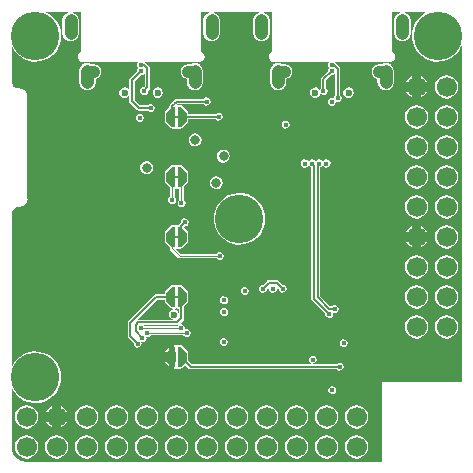
<source format=gbl>
G04 ---------------------------- Layer name :BOTTOM LAYER*
G04 easyEDA 0.1*
G04 Scale: 100 percent, Rotated: No, Reflected: No *
G04 Dimensions in inches *
G04 leading zeros omitted , absolute positions ,2 integer and 4 * 
%FSLAX24Y24*%
%MOIN*%
G90*
G70D02*

%ADD11C,0.005910*%
%ADD12C,0.007874*%
%ADD13C,0.004000*%
%ADD14C,0.024400*%
%ADD15C,0.015748*%
%ADD16C,0.023620*%
%ADD17C,0.031496*%
%ADD18R,0.027560X0.007874*%
%ADD19C,0.066929*%
%ADD21C,0.161420*%
%ADD23C,0.043307*%
%ADD24C,0.039370*%

%LPD*%
G36*
G01X500Y15100D02*
G01X436Y15103D01*
G01X376Y15115D01*
G01X344Y15123D01*
G01X315Y15136D01*
G01X286Y15148D01*
G01X257Y15161D01*
G01X232Y15178D01*
G01X205Y15196D01*
G01X180Y15215D01*
G01X157Y15236D01*
G01X134Y15257D01*
G01X94Y15305D01*
G01X78Y15332D01*
G01X61Y15359D01*
G01X34Y15415D01*
G01X23Y15446D01*
G01X7Y15505D01*
G01X0Y15569D01*
G01X0Y17592D01*
G01X40Y17498D01*
G01X140Y17353D01*
G01X267Y17234D01*
G01X415Y17140D01*
G01X580Y17080D01*
G01X753Y17053D01*
G01X930Y17061D01*
G01X1098Y17105D01*
G01X1255Y17184D01*
G01X1394Y17290D01*
G01X1507Y17423D01*
G01X1594Y17576D01*
G01X1646Y17744D01*
G01X1663Y17917D01*
G01X1646Y18092D01*
G01X1594Y18259D01*
G01X1507Y18411D01*
G01X1394Y18546D01*
G01X1255Y18652D01*
G01X1098Y18730D01*
G01X930Y18773D01*
G01X753Y18782D01*
G01X580Y18755D01*
G01X415Y18696D01*
G01X267Y18602D01*
G01X140Y18482D01*
G01X40Y18338D01*
G01X0Y18246D01*
G01X0Y23342D01*
G01X3Y23340D01*
G01X3Y23357D01*
G01X7Y23390D01*
G01X15Y23421D01*
G01X28Y23453D01*
G01X44Y23482D01*
G01X53Y23496D01*
G01X63Y23507D01*
G01X76Y23521D01*
G01X86Y23532D01*
G01X100Y23544D01*
G01X111Y23553D01*
G01X126Y23563D01*
G01X153Y23580D01*
G01X186Y23592D01*
G01X217Y23600D01*
G01X250Y23603D01*
G01X284Y23603D01*
G01X300Y23605D01*
G01X317Y23609D01*
G01X334Y23611D01*
G01X382Y23630D01*
G01X409Y23646D01*
G01X438Y23665D01*
G01X450Y23676D01*
G01X461Y23688D01*
G01X473Y23702D01*
G01X484Y23713D01*
G01X494Y23728D01*
G01X501Y23744D01*
G01X509Y23757D01*
G01X521Y23790D01*
G01X530Y23821D01*
G01X532Y23838D01*
G01X534Y23855D01*
G01X534Y23871D01*
G01X530Y23871D01*
G01X530Y27278D01*
G01X532Y27278D01*
G01X528Y27309D01*
G01X526Y27328D01*
G01X517Y27359D01*
G01X511Y27373D01*
G01X505Y27390D01*
G01X498Y27403D01*
G01X490Y27419D01*
G01X480Y27432D01*
G01X469Y27446D01*
G01X459Y27457D01*
G01X448Y27469D01*
G01X436Y27480D01*
G01X421Y27492D01*
G01X380Y27515D01*
G01X332Y27534D01*
G01X315Y27536D01*
G01X300Y27540D01*
G01X284Y27540D01*
G01X267Y27542D01*
G01X250Y27542D01*
G01X234Y27544D01*
G01X215Y27546D01*
G01X184Y27553D01*
G01X167Y27559D01*
G01X153Y27565D01*
G01X138Y27573D01*
G01X123Y27584D01*
G01X109Y27592D01*
G01X96Y27602D01*
G01X59Y27638D01*
G01X50Y27652D01*
G01X42Y27665D01*
G01X32Y27680D01*
G01X23Y27696D01*
G01X17Y27709D01*
G01X11Y27726D01*
G01X7Y27742D01*
G01X3Y27759D01*
G01X0Y27792D01*
G01X0Y28976D01*
G01X40Y28882D01*
G01X140Y28738D01*
G01X267Y28617D01*
G01X415Y28523D01*
G01X580Y28463D01*
G01X753Y28438D01*
G01X930Y28446D01*
G01X1098Y28490D01*
G01X1255Y28567D01*
G01X1394Y28673D01*
G01X1507Y28807D01*
G01X1594Y28959D01*
G01X1646Y29128D01*
G01X1663Y29302D01*
G01X1646Y29476D01*
G01X1594Y29644D01*
G01X1507Y29796D01*
G01X1394Y29930D01*
G01X1255Y30036D01*
G01X1126Y30100D01*
G01X2323Y30100D01*
G01X2323Y28763D01*
G01X2319Y28763D01*
G01X2250Y28715D01*
G01X2211Y28642D01*
G01X2211Y28557D01*
G01X2250Y28484D01*
G01X2319Y28436D01*
G01X2353Y28432D01*
G01X2363Y28426D01*
G01X2382Y28423D01*
G01X4223Y28423D01*
G01X4188Y28365D01*
G01X4188Y28290D01*
G01X4226Y28230D01*
G01X4188Y28169D01*
G01X4188Y28126D01*
G01X3951Y27892D01*
G01X3942Y27882D01*
G01X3930Y27857D01*
G01X3926Y27830D01*
G01X3926Y27480D01*
G01X3923Y27486D01*
G01X3867Y27548D01*
G01X3790Y27578D01*
G01X3705Y27567D01*
G01X3636Y27519D01*
G01X3598Y27446D01*
G01X3598Y27361D01*
G01X3636Y27288D01*
G01X3705Y27240D01*
G01X3790Y27230D01*
G01X3867Y27259D01*
G01X3923Y27321D01*
G01X3926Y27330D01*
G01X3926Y27119D01*
G01X3930Y27092D01*
G01X3942Y27067D01*
G01X4090Y26919D01*
G01X4182Y26830D01*
G01X4192Y26819D01*
G01X4203Y26813D01*
G01X4217Y26807D01*
G01X4230Y26805D01*
G01X4244Y26803D01*
G01X4544Y26803D01*
G01X4551Y26790D01*
G01X4621Y26757D01*
G01X4698Y26767D01*
G01X4755Y26817D01*
G01X4778Y26892D01*
G01X4755Y26965D01*
G01X4698Y27015D01*
G01X4621Y27026D01*
G01X4551Y26994D01*
G01X4544Y26980D01*
G01X4280Y26980D01*
G01X4213Y27044D01*
G01X4101Y27155D01*
G01X4101Y27794D01*
G01X4307Y28000D01*
G01X4373Y28007D01*
G01X4432Y28057D01*
G01X4442Y28094D01*
G01X4442Y27611D01*
G01X4423Y27592D01*
G01X4398Y27596D01*
G01X4328Y27563D01*
G01X4288Y27500D01*
G01X4288Y27423D01*
G01X4328Y27359D01*
G01X4398Y27328D01*
G01X4473Y27338D01*
G01X4532Y27388D01*
G01X4553Y27461D01*
G01X4550Y27471D01*
G01X4601Y27523D01*
G01X4607Y27536D01*
G01X4613Y27550D01*
G01X4615Y27561D01*
G01X4617Y27576D01*
G01X4617Y28221D01*
G01X4613Y28250D01*
G01X4601Y28273D01*
G01X4476Y28400D01*
G01X4451Y28411D01*
G01X4423Y28415D01*
G01X4415Y28415D01*
G01X4405Y28423D01*
G01X6255Y28423D01*
G01X6273Y28426D01*
G01X6278Y28426D01*
G01X6355Y28455D01*
G01X6411Y28517D01*
G01X6432Y28600D01*
G01X6411Y28682D01*
G01X6355Y28744D01*
G01X6313Y28759D01*
G01X6313Y30100D01*
G01X8686Y30100D01*
G01X8686Y28763D01*
G01X8682Y28763D01*
G01X8611Y28715D01*
G01X8573Y28642D01*
G01X8573Y28557D01*
G01X8611Y28484D01*
G01X8682Y28436D01*
G01X8715Y28432D01*
G01X8726Y28426D01*
G01X8744Y28423D01*
G01X10586Y28423D01*
G01X10550Y28365D01*
G01X10550Y28290D01*
G01X10588Y28230D01*
G01X10550Y28169D01*
G01X10550Y28126D01*
G01X10336Y27909D01*
G01X10326Y27900D01*
G01X10313Y27876D01*
G01X10309Y27848D01*
G01X10309Y27563D01*
G01X10307Y27563D01*
G01X10269Y27503D01*
G01X10230Y27548D01*
G01X10151Y27578D01*
G01X10067Y27567D01*
G01X9998Y27519D01*
G01X9959Y27446D01*
G01X9959Y27361D01*
G01X9998Y27288D01*
G01X10067Y27240D01*
G01X10151Y27230D01*
G01X10230Y27259D01*
G01X10286Y27321D01*
G01X10298Y27373D01*
G01X10307Y27359D01*
G01X10378Y27328D01*
G01X10453Y27338D01*
G01X10511Y27388D01*
G01X10534Y27461D01*
G01X10511Y27536D01*
G01X10486Y27557D01*
G01X10486Y27811D01*
G01X10671Y28000D01*
G01X10736Y28007D01*
G01X10790Y28053D01*
G01X10790Y27328D01*
G01X10788Y27328D01*
G01X10748Y27263D01*
G01X10748Y27209D01*
G01X10736Y27219D01*
G01X10659Y27230D01*
G01X10590Y27198D01*
G01X10550Y27134D01*
G01X10550Y27057D01*
G01X10590Y26994D01*
G01X10659Y26961D01*
G01X10736Y26971D01*
G01X10794Y27021D01*
G01X10815Y27096D01*
G01X10809Y27113D01*
G01X10857Y27092D01*
G01X10934Y27102D01*
G01X10992Y27152D01*
G01X11013Y27226D01*
G01X10992Y27300D01*
G01X10965Y27321D01*
G01X10965Y28207D01*
G01X10961Y28236D01*
G01X10955Y28248D01*
G01X10940Y28271D01*
G01X10871Y28338D01*
G01X10871Y28336D01*
G01X10807Y28400D01*
G01X10784Y28411D01*
G01X10782Y28411D01*
G01X10767Y28423D01*
G01X12617Y28423D01*
G01X12636Y28426D01*
G01X12640Y28426D01*
G01X12717Y28455D01*
G01X12773Y28517D01*
G01X12794Y28600D01*
G01X12773Y28682D01*
G01X12717Y28744D01*
G01X12676Y28759D01*
G01X12676Y30100D01*
G01X13871Y30100D01*
G01X13817Y30080D01*
G01X13669Y29986D01*
G01X13542Y29865D01*
G01X13442Y29721D01*
G01X13373Y29561D01*
G01X13338Y29390D01*
G01X13338Y29213D01*
G01X13373Y29042D01*
G01X13442Y28882D01*
G01X13542Y28738D01*
G01X13669Y28617D01*
G01X13817Y28523D01*
G01X13982Y28463D01*
G01X14155Y28438D01*
G01X14332Y28446D01*
G01X14500Y28490D01*
G01X14657Y28567D01*
G01X14796Y28673D01*
G01X14909Y28807D01*
G01X14996Y28959D01*
G01X15000Y28971D01*
G01X15000Y17757D01*
G01X12342Y17757D01*
G01X12342Y15100D01*
G01X500Y15100D01*
G37*

%LPC*%
G36*
G01X12971Y29115D02*
G01X13088Y29115D01*
G01X13094Y29117D01*
G01X13098Y29119D01*
G01X13103Y29121D01*
G01X13190Y29163D01*
G01X13194Y29165D01*
G01X13198Y29169D01*
G01X13201Y29171D01*
G01X13209Y29180D01*
G01X13269Y29253D01*
G01X13273Y29261D01*
G01X13278Y29265D01*
G01X13280Y29271D01*
G01X13280Y29276D01*
G01X13301Y29369D01*
G01X13303Y29373D01*
G01X13303Y29828D01*
G01X13301Y29832D01*
G01X13280Y29926D01*
G01X13280Y29930D01*
G01X13278Y29936D01*
G01X13273Y29940D01*
G01X13269Y29948D01*
G01X13209Y30021D01*
G01X13201Y30030D01*
G01X13198Y30032D01*
G01X13194Y30036D01*
G01X13190Y30038D01*
G01X13103Y30080D01*
G01X13098Y30082D01*
G01X13094Y30084D01*
G01X13088Y30086D01*
G01X12971Y30086D01*
G01X12965Y30084D01*
G01X12961Y30082D01*
G01X12955Y30080D01*
G01X12869Y30038D01*
G01X12865Y30036D01*
G01X12861Y30032D01*
G01X12857Y30030D01*
G01X12850Y30021D01*
G01X12790Y29948D01*
G01X12786Y29940D01*
G01X12782Y29936D01*
G01X12780Y29930D01*
G01X12780Y29926D01*
G01X12757Y29832D01*
G01X12755Y29828D01*
G01X12755Y29373D01*
G01X12757Y29369D01*
G01X12780Y29276D01*
G01X12780Y29271D01*
G01X12782Y29265D01*
G01X12786Y29261D01*
G01X12790Y29253D01*
G01X12850Y29180D01*
G01X12857Y29171D01*
G01X12861Y29169D01*
G01X12865Y29165D01*
G01X12869Y29163D01*
G01X12955Y29121D01*
G01X12961Y29119D01*
G01X12965Y29117D01*
G01X12971Y29115D01*
G37*
G36*
G01X7500Y15207D02*
G01X7621Y15228D01*
G01X7730Y15282D01*
G01X7817Y15369D01*
G01X7871Y15478D01*
G01X7892Y15600D01*
G01X7871Y15721D01*
G01X7817Y15830D01*
G01X7730Y15917D01*
G01X7621Y15971D01*
G01X7500Y15992D01*
G01X7378Y15971D01*
G01X7269Y15917D01*
G01X7182Y15830D01*
G01X7128Y15721D01*
G01X7107Y15600D01*
G01X7128Y15478D01*
G01X7182Y15369D01*
G01X7269Y15282D01*
G01X7378Y15228D01*
G01X7500Y15207D01*
G37*
G36*
G01X4500Y15207D02*
G01X4621Y15228D01*
G01X4730Y15282D01*
G01X4817Y15369D01*
G01X4871Y15478D01*
G01X4892Y15600D01*
G01X4871Y15721D01*
G01X4817Y15830D01*
G01X4730Y15917D01*
G01X4621Y15971D01*
G01X4500Y15992D01*
G01X4378Y15971D01*
G01X4269Y15917D01*
G01X4182Y15830D01*
G01X4128Y15721D01*
G01X4107Y15600D01*
G01X4128Y15478D01*
G01X4182Y15369D01*
G01X4269Y15282D01*
G01X4378Y15228D01*
G01X4500Y15207D01*
G37*
G36*
G01X500Y15207D02*
G01X621Y15228D01*
G01X730Y15282D01*
G01X817Y15369D01*
G01X871Y15478D01*
G01X892Y15600D01*
G01X871Y15721D01*
G01X817Y15830D01*
G01X730Y15917D01*
G01X621Y15971D01*
G01X500Y15992D01*
G01X378Y15971D01*
G01X269Y15917D01*
G01X182Y15830D01*
G01X128Y15721D01*
G01X107Y15600D01*
G01X128Y15478D01*
G01X182Y15369D01*
G01X269Y15282D01*
G01X378Y15228D01*
G01X500Y15207D01*
G37*
G36*
G01X11500Y15207D02*
G01X11621Y15228D01*
G01X11730Y15282D01*
G01X11817Y15369D01*
G01X11871Y15478D01*
G01X11892Y15600D01*
G01X11871Y15721D01*
G01X11817Y15830D01*
G01X11730Y15917D01*
G01X11621Y15971D01*
G01X11500Y15992D01*
G01X11378Y15971D01*
G01X11269Y15917D01*
G01X11182Y15830D01*
G01X11128Y15721D01*
G01X11107Y15600D01*
G01X11128Y15478D01*
G01X11182Y15369D01*
G01X11269Y15282D01*
G01X11378Y15228D01*
G01X11500Y15207D01*
G37*
G36*
G01X8500Y15207D02*
G01X8621Y15228D01*
G01X8730Y15282D01*
G01X8817Y15369D01*
G01X8871Y15478D01*
G01X8892Y15600D01*
G01X8871Y15721D01*
G01X8817Y15830D01*
G01X8730Y15917D01*
G01X8621Y15971D01*
G01X8500Y15992D01*
G01X8378Y15971D01*
G01X8269Y15917D01*
G01X8182Y15830D01*
G01X8128Y15721D01*
G01X8107Y15600D01*
G01X8128Y15478D01*
G01X8182Y15369D01*
G01X8269Y15282D01*
G01X8378Y15228D01*
G01X8500Y15207D01*
G37*
G36*
G01X6500Y15207D02*
G01X6621Y15228D01*
G01X6730Y15282D01*
G01X6817Y15369D01*
G01X6871Y15478D01*
G01X6892Y15600D01*
G01X6871Y15721D01*
G01X6817Y15830D01*
G01X6730Y15917D01*
G01X6621Y15971D01*
G01X6500Y15992D01*
G01X6378Y15971D01*
G01X6269Y15917D01*
G01X6182Y15830D01*
G01X6128Y15721D01*
G01X6107Y15600D01*
G01X6128Y15478D01*
G01X6182Y15369D01*
G01X6269Y15282D01*
G01X6378Y15228D01*
G01X6500Y15207D01*
G37*
G36*
G01X5500Y15207D02*
G01X5621Y15228D01*
G01X5730Y15282D01*
G01X5817Y15369D01*
G01X5871Y15478D01*
G01X5892Y15600D01*
G01X5871Y15721D01*
G01X5817Y15830D01*
G01X5730Y15917D01*
G01X5621Y15971D01*
G01X5500Y15992D01*
G01X5378Y15971D01*
G01X5269Y15917D01*
G01X5182Y15830D01*
G01X5128Y15721D01*
G01X5107Y15600D01*
G01X5128Y15478D01*
G01X5182Y15369D01*
G01X5269Y15282D01*
G01X5378Y15228D01*
G01X5500Y15207D01*
G37*
G36*
G01X2500Y15207D02*
G01X2621Y15228D01*
G01X2730Y15282D01*
G01X2817Y15369D01*
G01X2871Y15478D01*
G01X2892Y15600D01*
G01X2871Y15721D01*
G01X2817Y15830D01*
G01X2730Y15917D01*
G01X2621Y15971D01*
G01X2500Y15992D01*
G01X2378Y15971D01*
G01X2269Y15917D01*
G01X2182Y15830D01*
G01X2128Y15721D01*
G01X2107Y15600D01*
G01X2128Y15478D01*
G01X2182Y15369D01*
G01X2269Y15282D01*
G01X2378Y15228D01*
G01X2500Y15207D01*
G37*
G36*
G01X3500Y15207D02*
G01X3621Y15228D01*
G01X3730Y15282D01*
G01X3817Y15369D01*
G01X3871Y15478D01*
G01X3892Y15600D01*
G01X3871Y15721D01*
G01X3817Y15830D01*
G01X3730Y15917D01*
G01X3621Y15971D01*
G01X3500Y15992D01*
G01X3378Y15971D01*
G01X3269Y15917D01*
G01X3182Y15830D01*
G01X3128Y15721D01*
G01X3107Y15600D01*
G01X3128Y15478D01*
G01X3182Y15369D01*
G01X3269Y15282D01*
G01X3378Y15228D01*
G01X3500Y15207D01*
G37*
G36*
G01X1500Y15207D02*
G01X1621Y15228D01*
G01X1730Y15282D01*
G01X1817Y15369D01*
G01X1871Y15478D01*
G01X1892Y15600D01*
G01X1871Y15721D01*
G01X1817Y15830D01*
G01X1730Y15917D01*
G01X1621Y15971D01*
G01X1500Y15992D01*
G01X1378Y15971D01*
G01X1269Y15917D01*
G01X1182Y15830D01*
G01X1128Y15721D01*
G01X1107Y15600D01*
G01X1128Y15478D01*
G01X1182Y15369D01*
G01X1269Y15282D01*
G01X1378Y15228D01*
G01X1500Y15207D01*
G37*
G36*
G01X9500Y15207D02*
G01X9621Y15228D01*
G01X9730Y15282D01*
G01X9817Y15369D01*
G01X9871Y15478D01*
G01X9892Y15600D01*
G01X9871Y15721D01*
G01X9817Y15830D01*
G01X9730Y15917D01*
G01X9621Y15971D01*
G01X9500Y15992D01*
G01X9378Y15971D01*
G01X9269Y15917D01*
G01X9182Y15830D01*
G01X9128Y15721D01*
G01X9107Y15600D01*
G01X9128Y15478D01*
G01X9182Y15369D01*
G01X9269Y15282D01*
G01X9378Y15228D01*
G01X9500Y15207D01*
G37*
G36*
G01X2500Y16207D02*
G01X2621Y16228D01*
G01X2730Y16282D01*
G01X2817Y16369D01*
G01X2871Y16478D01*
G01X2892Y16600D01*
G01X2871Y16721D01*
G01X2817Y16830D01*
G01X2730Y16917D01*
G01X2621Y16971D01*
G01X2500Y16992D01*
G01X2378Y16971D01*
G01X2269Y16917D01*
G01X2182Y16830D01*
G01X2128Y16721D01*
G01X2107Y16600D01*
G01X2128Y16478D01*
G01X2182Y16369D01*
G01X2269Y16282D01*
G01X2378Y16228D01*
G01X2500Y16207D01*
G37*
G36*
G01X9500Y16207D02*
G01X9621Y16228D01*
G01X9730Y16282D01*
G01X9817Y16369D01*
G01X9871Y16478D01*
G01X9892Y16600D01*
G01X9871Y16721D01*
G01X9817Y16830D01*
G01X9730Y16917D01*
G01X9621Y16971D01*
G01X9500Y16992D01*
G01X9378Y16971D01*
G01X9269Y16917D01*
G01X9182Y16830D01*
G01X9128Y16721D01*
G01X9107Y16600D01*
G01X9128Y16478D01*
G01X9182Y16369D01*
G01X9269Y16282D01*
G01X9378Y16228D01*
G01X9500Y16207D01*
G37*
G36*
G01X6500Y16207D02*
G01X6621Y16228D01*
G01X6730Y16282D01*
G01X6817Y16369D01*
G01X6871Y16478D01*
G01X6892Y16600D01*
G01X6871Y16721D01*
G01X6817Y16830D01*
G01X6730Y16917D01*
G01X6621Y16971D01*
G01X6500Y16992D01*
G01X6378Y16971D01*
G01X6269Y16917D01*
G01X6182Y16830D01*
G01X6128Y16721D01*
G01X6107Y16600D01*
G01X6128Y16478D01*
G01X6182Y16369D01*
G01X6269Y16282D01*
G01X6378Y16228D01*
G01X6500Y16207D01*
G37*
G36*
G01X11500Y16207D02*
G01X11621Y16228D01*
G01X11730Y16282D01*
G01X11817Y16369D01*
G01X11871Y16478D01*
G01X11892Y16600D01*
G01X11871Y16721D01*
G01X11817Y16830D01*
G01X11730Y16917D01*
G01X11621Y16971D01*
G01X11500Y16992D01*
G01X11378Y16971D01*
G01X11269Y16917D01*
G01X11182Y16830D01*
G01X11128Y16721D01*
G01X11107Y16600D01*
G01X11128Y16478D01*
G01X11182Y16369D01*
G01X11269Y16282D01*
G01X11378Y16228D01*
G01X11500Y16207D01*
G37*
G36*
G01X8500Y16207D02*
G01X8621Y16228D01*
G01X8730Y16282D01*
G01X8817Y16369D01*
G01X8871Y16478D01*
G01X8892Y16600D01*
G01X8871Y16721D01*
G01X8817Y16830D01*
G01X8730Y16917D01*
G01X8621Y16971D01*
G01X8500Y16992D01*
G01X8378Y16971D01*
G01X8269Y16917D01*
G01X8182Y16830D01*
G01X8128Y16721D01*
G01X8107Y16600D01*
G01X8128Y16478D01*
G01X8182Y16369D01*
G01X8269Y16282D01*
G01X8378Y16228D01*
G01X8500Y16207D01*
G37*
G36*
G01X5500Y16207D02*
G01X5621Y16228D01*
G01X5730Y16282D01*
G01X5817Y16369D01*
G01X5871Y16478D01*
G01X5892Y16600D01*
G01X5871Y16721D01*
G01X5817Y16830D01*
G01X5730Y16917D01*
G01X5621Y16971D01*
G01X5500Y16992D01*
G01X5378Y16971D01*
G01X5269Y16917D01*
G01X5182Y16830D01*
G01X5128Y16721D01*
G01X5107Y16600D01*
G01X5128Y16478D01*
G01X5182Y16369D01*
G01X5269Y16282D01*
G01X5378Y16228D01*
G01X5500Y16207D01*
G37*
G36*
G01X4500Y16207D02*
G01X4621Y16228D01*
G01X4730Y16282D01*
G01X4817Y16369D01*
G01X4871Y16478D01*
G01X4892Y16600D01*
G01X4871Y16721D01*
G01X4817Y16830D01*
G01X4730Y16917D01*
G01X4621Y16971D01*
G01X4500Y16992D01*
G01X4378Y16971D01*
G01X4269Y16917D01*
G01X4182Y16830D01*
G01X4128Y16721D01*
G01X4107Y16600D01*
G01X4128Y16478D01*
G01X4182Y16369D01*
G01X4269Y16282D01*
G01X4378Y16228D01*
G01X4500Y16207D01*
G37*
G36*
G01X500Y16207D02*
G01X621Y16228D01*
G01X730Y16282D01*
G01X817Y16369D01*
G01X871Y16478D01*
G01X892Y16600D01*
G01X871Y16721D01*
G01X817Y16830D01*
G01X730Y16917D01*
G01X621Y16971D01*
G01X500Y16992D01*
G01X378Y16971D01*
G01X269Y16917D01*
G01X182Y16830D01*
G01X128Y16721D01*
G01X107Y16600D01*
G01X128Y16478D01*
G01X182Y16369D01*
G01X269Y16282D01*
G01X378Y16228D01*
G01X500Y16207D01*
G37*
G36*
G01X10500Y16207D02*
G01X10621Y16228D01*
G01X10730Y16282D01*
G01X10817Y16369D01*
G01X10871Y16478D01*
G01X10892Y16600D01*
G01X10871Y16721D01*
G01X10817Y16830D01*
G01X10730Y16917D01*
G01X10621Y16971D01*
G01X10500Y16992D01*
G01X10378Y16971D01*
G01X10269Y16917D01*
G01X10182Y16830D01*
G01X10128Y16721D01*
G01X10107Y16600D01*
G01X10128Y16478D01*
G01X10182Y16369D01*
G01X10269Y16282D01*
G01X10378Y16228D01*
G01X10500Y16207D01*
G37*
G36*
G01X7500Y16207D02*
G01X7621Y16228D01*
G01X7730Y16282D01*
G01X7817Y16369D01*
G01X7871Y16478D01*
G01X7892Y16600D01*
G01X7871Y16721D01*
G01X7817Y16830D01*
G01X7730Y16917D01*
G01X7621Y16971D01*
G01X7500Y16992D01*
G01X7378Y16971D01*
G01X7269Y16917D01*
G01X7182Y16830D01*
G01X7128Y16721D01*
G01X7107Y16600D01*
G01X7128Y16478D01*
G01X7182Y16369D01*
G01X7269Y16282D01*
G01X7378Y16228D01*
G01X7500Y16207D01*
G37*
G36*
G01X3500Y16207D02*
G01X3621Y16228D01*
G01X3730Y16282D01*
G01X3817Y16369D01*
G01X3871Y16478D01*
G01X3892Y16600D01*
G01X3871Y16721D01*
G01X3817Y16830D01*
G01X3730Y16917D01*
G01X3621Y16971D01*
G01X3500Y16992D01*
G01X3378Y16971D01*
G01X3269Y16917D01*
G01X3182Y16830D01*
G01X3128Y16721D01*
G01X3107Y16600D01*
G01X3128Y16478D01*
G01X3182Y16369D01*
G01X3269Y16282D01*
G01X3378Y16228D01*
G01X3500Y16207D01*
G37*
G36*
G01X1665Y16250D02*
G01X1730Y16282D01*
G01X1817Y16369D01*
G01X1850Y16434D01*
G01X1665Y16434D01*
G01X1665Y16250D01*
G37*
G36*
G01X1334Y16250D02*
G01X1334Y16434D01*
G01X1150Y16434D01*
G01X1182Y16369D01*
G01X1269Y16282D01*
G01X1334Y16250D01*
G37*
G36*
G01X1665Y16765D02*
G01X1850Y16765D01*
G01X1817Y16830D01*
G01X1730Y16917D01*
G01X1665Y16950D01*
G01X1665Y16765D01*
G37*
G36*
G01X1150Y16765D02*
G01X1334Y16765D01*
G01X1334Y16950D01*
G01X1269Y16917D01*
G01X1182Y16830D01*
G01X1150Y16765D01*
G37*
G36*
G01X8271Y29115D02*
G01X8388Y29115D01*
G01X8394Y29117D01*
G01X8398Y29119D01*
G01X8403Y29121D01*
G01X8490Y29163D01*
G01X8494Y29165D01*
G01X8498Y29169D01*
G01X8501Y29171D01*
G01X8509Y29180D01*
G01X8569Y29253D01*
G01X8573Y29261D01*
G01X8578Y29265D01*
G01X8580Y29271D01*
G01X8580Y29276D01*
G01X8601Y29369D01*
G01X8603Y29373D01*
G01X8603Y29828D01*
G01X8601Y29832D01*
G01X8580Y29926D01*
G01X8580Y29930D01*
G01X8578Y29936D01*
G01X8573Y29940D01*
G01X8569Y29948D01*
G01X8509Y30021D01*
G01X8501Y30030D01*
G01X8498Y30032D01*
G01X8494Y30036D01*
G01X8490Y30038D01*
G01X8403Y30080D01*
G01X8398Y30082D01*
G01X8394Y30084D01*
G01X8388Y30086D01*
G01X8271Y30086D01*
G01X8265Y30084D01*
G01X8261Y30082D01*
G01X8255Y30080D01*
G01X8169Y30038D01*
G01X8165Y30036D01*
G01X8161Y30032D01*
G01X8157Y30030D01*
G01X8150Y30021D01*
G01X8090Y29948D01*
G01X8086Y29940D01*
G01X8082Y29936D01*
G01X8080Y29930D01*
G01X8080Y29926D01*
G01X8057Y29832D01*
G01X8055Y29828D01*
G01X8055Y29373D01*
G01X8057Y29369D01*
G01X8080Y29276D01*
G01X8080Y29271D01*
G01X8082Y29265D01*
G01X8086Y29261D01*
G01X8090Y29253D01*
G01X8150Y29180D01*
G01X8157Y29171D01*
G01X8161Y29169D01*
G01X8165Y29165D01*
G01X8169Y29163D01*
G01X8255Y29121D01*
G01X8261Y29119D01*
G01X8265Y29117D01*
G01X8271Y29115D01*
G37*
G36*
G01X10671Y17348D02*
G01X10748Y17357D01*
G01X10805Y17407D01*
G01X10828Y17482D01*
G01X10805Y17555D01*
G01X10748Y17605D01*
G01X10671Y17615D01*
G01X10601Y17584D01*
G01X10561Y17519D01*
G01X10561Y17444D01*
G01X10601Y17380D01*
G01X10671Y17348D01*
G37*
G36*
G01X10913Y18136D02*
G01X10990Y18146D01*
G01X11048Y18196D01*
G01X11069Y18269D01*
G01X11048Y18344D01*
G01X10990Y18394D01*
G01X10913Y18403D01*
G01X10844Y18371D01*
G01X10836Y18357D01*
G01X6015Y18357D01*
G01X5894Y18480D01*
G01X5894Y18748D01*
G01X5892Y18755D01*
G01X5888Y18763D01*
G01X5876Y18780D01*
G01X5678Y18976D01*
G01X5671Y18982D01*
G01X5655Y18990D01*
G01X5648Y18992D01*
G01X5540Y18992D01*
G01X5521Y18990D01*
G01X5505Y18980D01*
G01X5501Y18973D01*
G01X5496Y18980D01*
G01X5480Y18990D01*
G01X5461Y18992D01*
G01X5409Y18992D01*
G01X5409Y18761D01*
G01X5482Y18761D01*
G01X5482Y18430D01*
G01X5409Y18430D01*
G01X5409Y18205D01*
G01X5461Y18205D01*
G01X5480Y18207D01*
G01X5496Y18217D01*
G01X5501Y18221D01*
G01X5505Y18217D01*
G01X5521Y18207D01*
G01X5540Y18205D01*
G01X5648Y18205D01*
G01X5655Y18207D01*
G01X5663Y18211D01*
G01X5671Y18217D01*
G01X5680Y18221D01*
G01X5792Y18334D01*
G01X5928Y18198D01*
G01X5951Y18186D01*
G01X5980Y18182D01*
G01X10836Y18182D01*
G01X10844Y18167D01*
G01X10913Y18136D01*
G37*
G36*
G01X6609Y29115D02*
G01X6726Y29115D01*
G01X6732Y29117D01*
G01X6736Y29119D01*
G01X6742Y29121D01*
G01X6828Y29163D01*
G01X6832Y29165D01*
G01X6836Y29169D01*
G01X6840Y29171D01*
G01X6848Y29180D01*
G01X6907Y29253D01*
G01X6911Y29261D01*
G01X6915Y29265D01*
G01X6917Y29271D01*
G01X6917Y29276D01*
G01X6940Y29369D01*
G01X6942Y29373D01*
G01X6942Y29828D01*
G01X6940Y29832D01*
G01X6917Y29926D01*
G01X6917Y29930D01*
G01X6915Y29936D01*
G01X6911Y29940D01*
G01X6907Y29948D01*
G01X6848Y30021D01*
G01X6840Y30030D01*
G01X6836Y30032D01*
G01X6832Y30036D01*
G01X6828Y30038D01*
G01X6742Y30080D01*
G01X6736Y30082D01*
G01X6732Y30084D01*
G01X6726Y30086D01*
G01X6609Y30086D01*
G01X6603Y30084D01*
G01X6600Y30082D01*
G01X6594Y30080D01*
G01X6507Y30038D01*
G01X6503Y30036D01*
G01X6500Y30032D01*
G01X6496Y30030D01*
G01X6488Y30021D01*
G01X6428Y29948D01*
G01X6423Y29940D01*
G01X6419Y29936D01*
G01X6417Y29930D01*
G01X6417Y29926D01*
G01X6396Y29832D01*
G01X6394Y29828D01*
G01X6394Y29373D01*
G01X6396Y29369D01*
G01X6417Y29276D01*
G01X6417Y29271D01*
G01X6419Y29265D01*
G01X6423Y29261D01*
G01X6428Y29253D01*
G01X6488Y29180D01*
G01X6496Y29171D01*
G01X6500Y29169D01*
G01X6503Y29165D01*
G01X6507Y29163D01*
G01X6594Y29121D01*
G01X6600Y29119D01*
G01X6603Y29117D01*
G01X6609Y29115D01*
G37*
G36*
G01X1909Y29115D02*
G01X2026Y29115D01*
G01X2032Y29117D01*
G01X2036Y29119D01*
G01X2042Y29121D01*
G01X2128Y29163D01*
G01X2132Y29165D01*
G01X2136Y29169D01*
G01X2140Y29171D01*
G01X2148Y29180D01*
G01X2207Y29253D01*
G01X2211Y29261D01*
G01X2215Y29265D01*
G01X2217Y29271D01*
G01X2217Y29276D01*
G01X2240Y29369D01*
G01X2242Y29373D01*
G01X2242Y29828D01*
G01X2240Y29832D01*
G01X2217Y29926D01*
G01X2217Y29930D01*
G01X2215Y29936D01*
G01X2211Y29940D01*
G01X2207Y29948D01*
G01X2148Y30021D01*
G01X2140Y30030D01*
G01X2136Y30032D01*
G01X2132Y30036D01*
G01X2128Y30038D01*
G01X2042Y30080D01*
G01X2036Y30082D01*
G01X2032Y30084D01*
G01X2026Y30086D01*
G01X1909Y30086D01*
G01X1903Y30084D01*
G01X1900Y30082D01*
G01X1894Y30080D01*
G01X1807Y30038D01*
G01X1803Y30036D01*
G01X1800Y30032D01*
G01X1796Y30030D01*
G01X1788Y30021D01*
G01X1728Y29948D01*
G01X1723Y29940D01*
G01X1719Y29936D01*
G01X1717Y29930D01*
G01X1717Y29926D01*
G01X1696Y29832D01*
G01X1694Y29828D01*
G01X1694Y29373D01*
G01X1696Y29369D01*
G01X1717Y29276D01*
G01X1717Y29271D01*
G01X1719Y29265D01*
G01X1723Y29261D01*
G01X1728Y29253D01*
G01X1788Y29180D01*
G01X1796Y29171D01*
G01X1800Y29169D01*
G01X1803Y29165D01*
G01X1807Y29163D01*
G01X1894Y29121D01*
G01X1900Y29119D01*
G01X1903Y29117D01*
G01X1909Y29115D01*
G37*
G36*
G01X13150Y27765D02*
G01X13334Y27765D01*
G01X13334Y27950D01*
G01X13269Y27917D01*
G01X13182Y27830D01*
G01X13150Y27765D01*
G37*
G36*
G01X13665Y27765D02*
G01X13850Y27765D01*
G01X13817Y27830D01*
G01X13730Y27917D01*
G01X13665Y27950D01*
G01X13665Y27765D01*
G37*
G36*
G01X5261Y18282D02*
G01X5261Y18430D01*
G01X5128Y18430D01*
G01X5115Y18434D01*
G01X5117Y18428D01*
G01X5123Y18421D01*
G01X5261Y18282D01*
G37*
G36*
G01X12413Y27484D02*
G01X12530Y27484D01*
G01X12536Y27486D01*
G01X12540Y27488D01*
G01X12546Y27490D01*
G01X12632Y27532D01*
G01X12636Y27534D01*
G01X12640Y27538D01*
G01X12644Y27540D01*
G01X12651Y27548D01*
G01X12711Y27621D01*
G01X12715Y27630D01*
G01X12719Y27634D01*
G01X12721Y27640D01*
G01X12721Y27644D01*
G01X12744Y27738D01*
G01X12746Y27742D01*
G01X12746Y28136D01*
G01X12744Y28140D01*
G01X12721Y28234D01*
G01X12721Y28238D01*
G01X12719Y28244D01*
G01X12715Y28248D01*
G01X12711Y28255D01*
G01X12651Y28330D01*
G01X12644Y28338D01*
G01X12640Y28340D01*
G01X12636Y28344D01*
G01X12632Y28346D01*
G01X12546Y28388D01*
G01X12540Y28390D01*
G01X12536Y28392D01*
G01X12530Y28394D01*
G01X12413Y28394D01*
G01X12407Y28392D01*
G01X12403Y28390D01*
G01X12398Y28388D01*
G01X12344Y28361D01*
G01X12246Y28361D01*
G01X12242Y28359D01*
G01X12240Y28359D01*
G01X12142Y28334D01*
G01X12130Y28330D01*
G01X12123Y28326D01*
G01X12119Y28323D01*
G01X12113Y28319D01*
G01X12042Y28248D01*
G01X12038Y28242D01*
G01X12036Y28238D01*
G01X12032Y28232D01*
G01X12028Y28219D01*
G01X12001Y28121D01*
G01X12000Y28115D01*
G01X12000Y28100D01*
G01X12001Y28094D01*
G01X12028Y27996D01*
G01X12032Y27984D01*
G01X12036Y27978D01*
G01X12038Y27973D01*
G01X12042Y27967D01*
G01X12113Y27896D01*
G01X12119Y27892D01*
G01X12123Y27890D01*
G01X12130Y27886D01*
G01X12142Y27882D01*
G01X12198Y27867D01*
G01X12198Y27742D01*
G01X12200Y27738D01*
G01X12221Y27644D01*
G01X12221Y27640D01*
G01X12223Y27634D01*
G01X12228Y27630D01*
G01X12232Y27621D01*
G01X12292Y27548D01*
G01X12300Y27540D01*
G01X12303Y27538D01*
G01X12307Y27534D01*
G01X12311Y27532D01*
G01X12398Y27490D01*
G01X12403Y27488D01*
G01X12407Y27486D01*
G01X12413Y27484D01*
G37*
G36*
G01X10017Y18371D02*
G01X10094Y18382D01*
G01X10151Y18432D01*
G01X10173Y18505D01*
G01X10151Y18580D01*
G01X10094Y18630D01*
G01X10017Y18640D01*
G01X9948Y18607D01*
G01X9907Y18544D01*
G01X9907Y18467D01*
G01X9948Y18403D01*
G01X10017Y18371D01*
G37*
G36*
G01X5109Y18757D02*
G01X5128Y18761D01*
G01X5261Y18761D01*
G01X5261Y18917D01*
G01X5123Y18780D01*
G01X5119Y18771D01*
G01X5113Y18763D01*
G01X5109Y18757D01*
G37*
G36*
G01X8832Y27484D02*
G01X8948Y27484D01*
G01X8953Y27486D01*
G01X8957Y27488D01*
G01X8963Y27490D01*
G01X9050Y27532D01*
G01X9053Y27534D01*
G01X9057Y27538D01*
G01X9061Y27540D01*
G01X9069Y27548D01*
G01X9130Y27621D01*
G01X9134Y27630D01*
G01X9138Y27634D01*
G01X9140Y27640D01*
G01X9140Y27644D01*
G01X9161Y27738D01*
G01X9163Y27742D01*
G01X9163Y27867D01*
G01X9217Y27882D01*
G01X9230Y27886D01*
G01X9236Y27890D01*
G01X9240Y27892D01*
G01X9246Y27896D01*
G01X9317Y27967D01*
G01X9321Y27973D01*
G01X9323Y27978D01*
G01X9328Y27984D01*
G01X9332Y27996D01*
G01X9357Y28094D01*
G01X9359Y28100D01*
G01X9359Y28115D01*
G01X9357Y28121D01*
G01X9332Y28219D01*
G01X9328Y28232D01*
G01X9323Y28238D01*
G01X9321Y28242D01*
G01X9317Y28248D01*
G01X9246Y28319D01*
G01X9240Y28323D01*
G01X9236Y28326D01*
G01X9230Y28330D01*
G01X9217Y28334D01*
G01X9119Y28359D01*
G01X9117Y28359D01*
G01X9113Y28361D01*
G01X9017Y28361D01*
G01X8963Y28388D01*
G01X8957Y28390D01*
G01X8953Y28392D01*
G01X8948Y28394D01*
G01X8832Y28394D01*
G01X8826Y28392D01*
G01X8821Y28390D01*
G01X8815Y28388D01*
G01X8730Y28346D01*
G01X8726Y28344D01*
G01X8721Y28340D01*
G01X8717Y28338D01*
G01X8709Y28330D01*
G01X8650Y28255D01*
G01X8646Y28248D01*
G01X8642Y28244D01*
G01X8640Y28238D01*
G01X8640Y28234D01*
G01X8617Y28140D01*
G01X8615Y28136D01*
G01X8615Y27742D01*
G01X8617Y27738D01*
G01X8640Y27644D01*
G01X8640Y27640D01*
G01X8642Y27634D01*
G01X8646Y27630D01*
G01X8650Y27621D01*
G01X8709Y27548D01*
G01X8717Y27540D01*
G01X8721Y27538D01*
G01X8726Y27534D01*
G01X8730Y27532D01*
G01X8815Y27490D01*
G01X8821Y27488D01*
G01X8826Y27486D01*
G01X8832Y27484D01*
G37*
G36*
G01X4188Y18907D02*
G01X4263Y18917D01*
G01X4321Y18967D01*
G01X4344Y19042D01*
G01X4330Y19092D01*
G01X4346Y19084D01*
G01X4421Y19094D01*
G01X4480Y19144D01*
G01X4501Y19217D01*
G01X4486Y19269D01*
G01X4503Y19261D01*
G01X4580Y19271D01*
G01X4634Y19317D01*
G01X5728Y19317D01*
G01X5744Y19294D01*
G01X5813Y19261D01*
G01X5890Y19271D01*
G01X5948Y19321D01*
G01X5969Y19396D01*
G01X5948Y19469D01*
G01X5890Y19519D01*
G01X5813Y19530D01*
G01X5759Y19505D01*
G01X5773Y19553D01*
G01X5751Y19628D01*
G01X5694Y19678D01*
G01X5617Y19688D01*
G01X5548Y19655D01*
G01X5534Y19632D01*
G01X4438Y19632D01*
G01X4407Y19657D01*
G01X5517Y19657D01*
G01X5546Y19661D01*
G01X5569Y19673D01*
G01X5736Y19840D01*
G01X5748Y19863D01*
G01X5751Y19892D01*
G01X5751Y20296D01*
G01X5876Y20419D01*
G01X5880Y20428D01*
G01X5886Y20436D01*
G01X5890Y20444D01*
G01X5892Y20452D01*
G01X5892Y20748D01*
G01X5890Y20755D01*
G01X5882Y20771D01*
G01X5876Y20778D01*
G01X5680Y20976D01*
G01X5663Y20988D01*
G01X5655Y20992D01*
G01X5648Y20994D01*
G01X5538Y20994D01*
G01X5519Y20992D01*
G01X5503Y20982D01*
G01X5500Y20976D01*
G01X5494Y20982D01*
G01X5478Y20992D01*
G01X5459Y20994D01*
G01X5351Y20994D01*
G01X5344Y20992D01*
G01X5336Y20988D01*
G01X5328Y20982D01*
G01X5319Y20978D01*
G01X5121Y20780D01*
G01X5117Y20771D01*
G01X5111Y20763D01*
G01X5107Y20755D01*
G01X5105Y20748D01*
G01X5105Y20684D01*
G01X4821Y20684D01*
G01X4794Y20680D01*
G01X4769Y20667D01*
G01X3888Y19786D01*
G01X3876Y19761D01*
G01X3871Y19734D01*
G01X3871Y19290D01*
G01X3876Y19261D01*
G01X3888Y19238D01*
G01X4078Y19048D01*
G01X4078Y19003D01*
G01X4117Y18940D01*
G01X4188Y18907D01*
G37*
G36*
G01X11050Y18911D02*
G01X11126Y18921D01*
G01X11184Y18971D01*
G01X11205Y19046D01*
G01X11184Y19119D01*
G01X11126Y19169D01*
G01X11050Y19180D01*
G01X10980Y19148D01*
G01X10940Y19084D01*
G01X10940Y19007D01*
G01X10980Y18944D01*
G01X11050Y18911D01*
G37*
G36*
G01X7053Y18953D02*
G01X7130Y18963D01*
G01X7188Y19013D01*
G01X7209Y19088D01*
G01X7188Y19161D01*
G01X7130Y19211D01*
G01X7053Y19221D01*
G01X6984Y19190D01*
G01X6944Y19126D01*
G01X6944Y19050D01*
G01X6984Y18986D01*
G01X7053Y18953D01*
G37*
G36*
G01X6051Y27484D02*
G01X6167Y27484D01*
G01X6173Y27486D01*
G01X6178Y27488D01*
G01X6184Y27490D01*
G01X6269Y27532D01*
G01X6273Y27534D01*
G01X6278Y27538D01*
G01X6282Y27540D01*
G01X6290Y27548D01*
G01X6350Y27621D01*
G01X6353Y27630D01*
G01X6357Y27634D01*
G01X6359Y27640D01*
G01X6359Y27644D01*
G01X6382Y27738D01*
G01X6384Y27742D01*
G01X6384Y28136D01*
G01X6382Y28140D01*
G01X6359Y28234D01*
G01X6359Y28238D01*
G01X6357Y28244D01*
G01X6353Y28248D01*
G01X6350Y28255D01*
G01X6290Y28330D01*
G01X6282Y28338D01*
G01X6278Y28340D01*
G01X6273Y28344D01*
G01X6269Y28346D01*
G01X6184Y28388D01*
G01X6178Y28390D01*
G01X6173Y28392D01*
G01X6167Y28394D01*
G01X6051Y28394D01*
G01X6046Y28392D01*
G01X6042Y28390D01*
G01X6036Y28388D01*
G01X5982Y28361D01*
G01X5884Y28361D01*
G01X5880Y28359D01*
G01X5878Y28359D01*
G01X5780Y28334D01*
G01X5767Y28330D01*
G01X5761Y28326D01*
G01X5757Y28323D01*
G01X5751Y28319D01*
G01X5680Y28248D01*
G01X5676Y28242D01*
G01X5673Y28238D01*
G01X5669Y28232D01*
G01X5665Y28219D01*
G01X5640Y28121D01*
G01X5638Y28115D01*
G01X5638Y28100D01*
G01X5640Y28094D01*
G01X5665Y27996D01*
G01X5669Y27984D01*
G01X5673Y27978D01*
G01X5676Y27973D01*
G01X5680Y27967D01*
G01X5751Y27896D01*
G01X5757Y27892D01*
G01X5761Y27890D01*
G01X5767Y27886D01*
G01X5780Y27882D01*
G01X5836Y27867D01*
G01X5836Y27742D01*
G01X5838Y27738D01*
G01X5859Y27644D01*
G01X5859Y27640D01*
G01X5861Y27634D01*
G01X5865Y27630D01*
G01X5869Y27621D01*
G01X5930Y27548D01*
G01X5938Y27540D01*
G01X5942Y27538D01*
G01X5946Y27534D01*
G01X5950Y27532D01*
G01X6036Y27490D01*
G01X6042Y27488D01*
G01X6046Y27486D01*
G01X6051Y27484D01*
G37*
G36*
G01X2469Y27484D02*
G01X2586Y27484D01*
G01X2592Y27486D01*
G01X2596Y27488D01*
G01X2601Y27490D01*
G01X2688Y27532D01*
G01X2692Y27534D01*
G01X2696Y27538D01*
G01X2700Y27540D01*
G01X2707Y27548D01*
G01X2767Y27621D01*
G01X2771Y27630D01*
G01X2776Y27634D01*
G01X2778Y27640D01*
G01X2778Y27644D01*
G01X2800Y27738D01*
G01X2801Y27742D01*
G01X2801Y27867D01*
G01X2855Y27882D01*
G01X2867Y27886D01*
G01X2873Y27890D01*
G01X2878Y27892D01*
G01X2884Y27896D01*
G01X2955Y27967D01*
G01X2959Y27973D01*
G01X2961Y27978D01*
G01X2965Y27984D01*
G01X2969Y27996D01*
G01X2996Y28094D01*
G01X2998Y28100D01*
G01X2998Y28115D01*
G01X2996Y28121D01*
G01X2969Y28219D01*
G01X2965Y28232D01*
G01X2961Y28238D01*
G01X2959Y28242D01*
G01X2955Y28248D01*
G01X2884Y28319D01*
G01X2878Y28323D01*
G01X2873Y28326D01*
G01X2867Y28330D01*
G01X2855Y28334D01*
G01X2757Y28359D01*
G01X2755Y28359D01*
G01X2751Y28361D01*
G01X2655Y28361D01*
G01X2601Y28388D01*
G01X2596Y28390D01*
G01X2592Y28392D01*
G01X2586Y28394D01*
G01X2469Y28394D01*
G01X2463Y28392D01*
G01X2459Y28390D01*
G01X2453Y28388D01*
G01X2367Y28346D01*
G01X2363Y28344D01*
G01X2359Y28340D01*
G01X2355Y28338D01*
G01X2348Y28330D01*
G01X2288Y28255D01*
G01X2284Y28248D01*
G01X2280Y28244D01*
G01X2278Y28238D01*
G01X2278Y28234D01*
G01X2255Y28140D01*
G01X2253Y28136D01*
G01X2253Y27742D01*
G01X2255Y27738D01*
G01X2278Y27644D01*
G01X2278Y27640D01*
G01X2280Y27634D01*
G01X2284Y27630D01*
G01X2288Y27621D01*
G01X2348Y27548D01*
G01X2355Y27540D01*
G01X2359Y27538D01*
G01X2363Y27534D01*
G01X2367Y27532D01*
G01X2453Y27490D01*
G01X2459Y27488D01*
G01X2463Y27486D01*
G01X2469Y27484D01*
G37*
G36*
G01X13334Y27250D02*
G01X13334Y27434D01*
G01X13150Y27434D01*
G01X13182Y27369D01*
G01X13269Y27282D01*
G01X13334Y27250D01*
G37*
G36*
G01X14500Y19207D02*
G01X14621Y19228D01*
G01X14730Y19282D01*
G01X14817Y19369D01*
G01X14871Y19478D01*
G01X14892Y19600D01*
G01X14871Y19721D01*
G01X14817Y19830D01*
G01X14730Y19917D01*
G01X14621Y19971D01*
G01X14500Y19992D01*
G01X14378Y19971D01*
G01X14269Y19917D01*
G01X14182Y19830D01*
G01X14128Y19721D01*
G01X14107Y19600D01*
G01X14128Y19478D01*
G01X14182Y19369D01*
G01X14269Y19282D01*
G01X14378Y19228D01*
G01X14500Y19207D01*
G37*
G36*
G01X13500Y19207D02*
G01X13621Y19228D01*
G01X13730Y19282D01*
G01X13817Y19369D01*
G01X13871Y19478D01*
G01X13892Y19600D01*
G01X13871Y19721D01*
G01X13817Y19830D01*
G01X13730Y19917D01*
G01X13621Y19971D01*
G01X13500Y19992D01*
G01X13378Y19971D01*
G01X13269Y19917D01*
G01X13182Y19830D01*
G01X13128Y19721D01*
G01X13107Y19600D01*
G01X13128Y19478D01*
G01X13182Y19369D01*
G01X13269Y19282D01*
G01X13378Y19228D01*
G01X13500Y19207D01*
G37*
G36*
G01X13665Y27250D02*
G01X13730Y27282D01*
G01X13817Y27369D01*
G01X13850Y27434D01*
G01X13665Y27434D01*
G01X13665Y27250D01*
G37*
G36*
G01X4892Y27230D02*
G01X4969Y27259D01*
G01X5026Y27321D01*
G01X5046Y27403D01*
G01X5026Y27486D01*
G01X4969Y27548D01*
G01X4892Y27578D01*
G01X4807Y27567D01*
G01X4738Y27519D01*
G01X4700Y27446D01*
G01X4700Y27361D01*
G01X4738Y27288D01*
G01X4807Y27240D01*
G01X4892Y27230D01*
G37*
G36*
G01X11253Y27230D02*
G01X11332Y27259D01*
G01X11388Y27321D01*
G01X11407Y27403D01*
G01X11388Y27486D01*
G01X11332Y27548D01*
G01X11253Y27578D01*
G01X11169Y27567D01*
G01X11100Y27519D01*
G01X11061Y27446D01*
G01X11061Y27361D01*
G01X11100Y27288D01*
G01X11169Y27240D01*
G01X11253Y27230D01*
G37*
G36*
G01X14500Y27207D02*
G01X14621Y27228D01*
G01X14730Y27282D01*
G01X14817Y27369D01*
G01X14871Y27478D01*
G01X14892Y27600D01*
G01X14871Y27721D01*
G01X14817Y27830D01*
G01X14730Y27917D01*
G01X14621Y27971D01*
G01X14500Y27992D01*
G01X14378Y27971D01*
G01X14269Y27917D01*
G01X14182Y27830D01*
G01X14128Y27721D01*
G01X14107Y27600D01*
G01X14128Y27478D01*
G01X14182Y27369D01*
G01X14269Y27282D01*
G01X14378Y27228D01*
G01X14500Y27207D01*
G37*
G36*
G01X4261Y26426D02*
G01X4338Y26436D01*
G01X4396Y26486D01*
G01X4417Y26559D01*
G01X4396Y26634D01*
G01X4338Y26684D01*
G01X4261Y26694D01*
G01X4192Y26661D01*
G01X4151Y26598D01*
G01X4151Y26521D01*
G01X4192Y26457D01*
G01X4261Y26426D01*
G37*
G36*
G01X14500Y26207D02*
G01X14621Y26228D01*
G01X14730Y26282D01*
G01X14817Y26369D01*
G01X14871Y26478D01*
G01X14892Y26600D01*
G01X14871Y26721D01*
G01X14817Y26830D01*
G01X14730Y26917D01*
G01X14621Y26971D01*
G01X14500Y26992D01*
G01X14378Y26971D01*
G01X14269Y26917D01*
G01X14182Y26830D01*
G01X14128Y26721D01*
G01X14107Y26600D01*
G01X14128Y26478D01*
G01X14182Y26369D01*
G01X14269Y26282D01*
G01X14378Y26228D01*
G01X14500Y26207D01*
G37*
G36*
G01X13500Y26207D02*
G01X13621Y26228D01*
G01X13730Y26282D01*
G01X13817Y26369D01*
G01X13871Y26478D01*
G01X13892Y26600D01*
G01X13871Y26721D01*
G01X13817Y26830D01*
G01X13730Y26917D01*
G01X13621Y26971D01*
G01X13500Y26992D01*
G01X13378Y26971D01*
G01X13269Y26917D01*
G01X13182Y26830D01*
G01X13128Y26721D01*
G01X13107Y26600D01*
G01X13128Y26478D01*
G01X13182Y26369D01*
G01X13269Y26282D01*
G01X13378Y26228D01*
G01X13500Y26207D01*
G37*
G36*
G01X9121Y26205D02*
G01X9198Y26215D01*
G01X9255Y26265D01*
G01X9278Y26340D01*
G01X9255Y26413D01*
G01X9198Y26463D01*
G01X9121Y26473D01*
G01X9051Y26442D01*
G01X9011Y26378D01*
G01X9011Y26302D01*
G01X9051Y26238D01*
G01X9121Y26205D01*
G37*
G36*
G01X5351Y26205D02*
G01X5461Y26205D01*
G01X5480Y26207D01*
G01X5496Y26217D01*
G01X5501Y26221D01*
G01X5505Y26217D01*
G01X5521Y26207D01*
G01X5540Y26205D01*
G01X5648Y26205D01*
G01X5655Y26207D01*
G01X5663Y26211D01*
G01X5671Y26217D01*
G01X5680Y26221D01*
G01X5878Y26419D01*
G01X5882Y26428D01*
G01X5888Y26436D01*
G01X5892Y26444D01*
G01X5894Y26452D01*
G01X5894Y26515D01*
G01X6803Y26515D01*
G01X6811Y26502D01*
G01X6882Y26469D01*
G01X6957Y26480D01*
G01X7015Y26530D01*
G01X7038Y26603D01*
G01X7015Y26678D01*
G01X6957Y26728D01*
G01X6882Y26738D01*
G01X6811Y26705D01*
G01X6803Y26692D01*
G01X5894Y26692D01*
G01X5894Y26748D01*
G01X5892Y26755D01*
G01X5888Y26763D01*
G01X5876Y26780D01*
G01X5678Y26976D01*
G01X5671Y26982D01*
G01X5655Y26990D01*
G01X5648Y26992D01*
G01X5540Y26992D01*
G01X5521Y26990D01*
G01X5505Y26980D01*
G01X5501Y26973D01*
G01X5498Y26978D01*
G01X5540Y27019D01*
G01X6409Y27019D01*
G01X6417Y27005D01*
G01X6488Y26973D01*
G01X6563Y26984D01*
G01X6621Y27034D01*
G01X6644Y27107D01*
G01X6621Y27182D01*
G01X6563Y27232D01*
G01X6488Y27242D01*
G01X6417Y27209D01*
G01X6409Y27196D01*
G01X5503Y27196D01*
G01X5490Y27194D01*
G01X5478Y27192D01*
G01X5463Y27186D01*
G01X5451Y27180D01*
G01X5442Y27169D01*
G01X5357Y27088D01*
G01X5282Y27011D01*
G01X5269Y26988D01*
G01X5265Y26959D01*
G01X5265Y26921D01*
G01X5123Y26780D01*
G01X5119Y26771D01*
G01X5113Y26763D01*
G01X5109Y26755D01*
G01X5107Y26748D01*
G01X5107Y26452D01*
G01X5109Y26444D01*
G01X5117Y26428D01*
G01X5123Y26421D01*
G01X5319Y26223D01*
G01X5336Y26211D01*
G01X5344Y26207D01*
G01X5351Y26205D01*
G37*
G36*
G01X6100Y25613D02*
G01X6188Y25621D01*
G01X6265Y25667D01*
G01X6319Y25740D01*
G01X6338Y25828D01*
G01X6319Y25915D01*
G01X6265Y25988D01*
G01X6188Y26034D01*
G01X6100Y26042D01*
G01X6013Y26015D01*
G01X5948Y25953D01*
G01X5909Y25871D01*
G01X5909Y25784D01*
G01X5948Y25702D01*
G01X6013Y25640D01*
G01X6100Y25613D01*
G37*
G36*
G01X10569Y19888D02*
G01X10646Y19898D01*
G01X10703Y19948D01*
G01X10726Y20021D01*
G01X10707Y20082D01*
G01X10748Y20063D01*
G01X10823Y20073D01*
G01X10882Y20123D01*
G01X10903Y20198D01*
G01X10882Y20271D01*
G01X10823Y20321D01*
G01X10748Y20332D01*
G01X10678Y20300D01*
G01X10669Y20286D01*
G01X10630Y20286D01*
G01X10292Y20626D01*
G01X10292Y24913D01*
G01X10315Y24917D01*
G01X10373Y24967D01*
G01X10378Y24984D01*
G01X10405Y24940D01*
G01X10476Y24907D01*
G01X10551Y24917D01*
G01X10609Y24967D01*
G01X10632Y25042D01*
G01X10609Y25115D01*
G01X10551Y25165D01*
G01X10476Y25176D01*
G01X10405Y25144D01*
G01X10378Y25100D01*
G01X10373Y25115D01*
G01X10315Y25165D01*
G01X10240Y25176D01*
G01X10169Y25144D01*
G01X10142Y25100D01*
G01X10138Y25115D01*
G01X10080Y25165D01*
G01X10003Y25176D01*
G01X9934Y25144D01*
G01X9905Y25098D01*
G01X9900Y25115D01*
G01X9842Y25165D01*
G01X9765Y25176D01*
G01X9696Y25144D01*
G01X9655Y25080D01*
G01X9655Y25003D01*
G01X9696Y24940D01*
G01X9765Y24907D01*
G01X9842Y24917D01*
G01X9900Y24967D01*
G01X9905Y24986D01*
G01X9934Y24940D01*
G01X9990Y24913D01*
G01X9990Y20534D01*
G01X9994Y20505D01*
G01X10005Y20482D01*
G01X10459Y20028D01*
G01X10459Y19984D01*
G01X10500Y19919D01*
G01X10569Y19888D01*
G37*
G36*
G01X7065Y19952D02*
G01X7142Y19961D01*
G01X7200Y20011D01*
G01X7221Y20086D01*
G01X7200Y20159D01*
G01X7142Y20209D01*
G01X7065Y20219D01*
G01X6996Y20188D01*
G01X6955Y20123D01*
G01X6955Y20048D01*
G01X6996Y19984D01*
G01X7065Y19952D01*
G37*
G36*
G01X14500Y25207D02*
G01X14621Y25228D01*
G01X14730Y25282D01*
G01X14817Y25369D01*
G01X14871Y25478D01*
G01X14892Y25600D01*
G01X14871Y25721D01*
G01X14817Y25830D01*
G01X14730Y25917D01*
G01X14621Y25971D01*
G01X14500Y25992D01*
G01X14378Y25971D01*
G01X14269Y25917D01*
G01X14182Y25830D01*
G01X14128Y25721D01*
G01X14107Y25600D01*
G01X14128Y25478D01*
G01X14182Y25369D01*
G01X14269Y25282D01*
G01X14378Y25228D01*
G01X14500Y25207D01*
G37*
G36*
G01X13500Y25207D02*
G01X13621Y25228D01*
G01X13730Y25282D01*
G01X13817Y25369D01*
G01X13871Y25478D01*
G01X13892Y25600D01*
G01X13871Y25721D01*
G01X13817Y25830D01*
G01X13730Y25917D01*
G01X13621Y25971D01*
G01X13500Y25992D01*
G01X13378Y25971D01*
G01X13269Y25917D01*
G01X13182Y25830D01*
G01X13128Y25721D01*
G01X13107Y25600D01*
G01X13128Y25478D01*
G01X13182Y25369D01*
G01X13269Y25282D01*
G01X13378Y25228D01*
G01X13500Y25207D01*
G37*
G36*
G01X14500Y20207D02*
G01X14621Y20228D01*
G01X14730Y20282D01*
G01X14817Y20369D01*
G01X14871Y20478D01*
G01X14892Y20600D01*
G01X14871Y20721D01*
G01X14817Y20830D01*
G01X14730Y20917D01*
G01X14621Y20971D01*
G01X14500Y20992D01*
G01X14378Y20971D01*
G01X14269Y20917D01*
G01X14182Y20830D01*
G01X14128Y20721D01*
G01X14107Y20600D01*
G01X14128Y20478D01*
G01X14182Y20369D01*
G01X14269Y20282D01*
G01X14378Y20228D01*
G01X14500Y20207D01*
G37*
G36*
G01X13500Y20207D02*
G01X13621Y20228D01*
G01X13730Y20282D01*
G01X13817Y20369D01*
G01X13871Y20478D01*
G01X13892Y20600D01*
G01X13871Y20721D01*
G01X13817Y20830D01*
G01X13730Y20917D01*
G01X13621Y20971D01*
G01X13500Y20992D01*
G01X13378Y20971D01*
G01X13269Y20917D01*
G01X13182Y20830D01*
G01X13128Y20721D01*
G01X13107Y20600D01*
G01X13128Y20478D01*
G01X13182Y20369D01*
G01X13269Y20282D01*
G01X13378Y20228D01*
G01X13500Y20207D01*
G37*
G36*
G01X7044Y25073D02*
G01X7132Y25082D01*
G01X7209Y25128D01*
G01X7263Y25200D01*
G01X7282Y25288D01*
G01X7263Y25376D01*
G01X7209Y25448D01*
G01X7132Y25494D01*
G01X7044Y25502D01*
G01X6957Y25476D01*
G01X6892Y25413D01*
G01X6853Y25332D01*
G01X6853Y25244D01*
G01X6892Y25161D01*
G01X6957Y25100D01*
G01X7044Y25073D01*
G37*
G36*
G01X4482Y24694D02*
G01X4569Y24702D01*
G01X4648Y24748D01*
G01X4701Y24819D01*
G01X4719Y24907D01*
G01X4701Y24996D01*
G01X4648Y25067D01*
G01X4569Y25113D01*
G01X4482Y25121D01*
G01X4396Y25096D01*
G01X4330Y25034D01*
G01X4292Y24952D01*
G01X4292Y24863D01*
G01X4330Y24782D01*
G01X4396Y24719D01*
G01X4482Y24694D01*
G37*
G36*
G01X13500Y24207D02*
G01X13621Y24228D01*
G01X13730Y24282D01*
G01X13817Y24369D01*
G01X13871Y24478D01*
G01X13892Y24600D01*
G01X13871Y24721D01*
G01X13817Y24830D01*
G01X13730Y24917D01*
G01X13621Y24971D01*
G01X13500Y24992D01*
G01X13378Y24971D01*
G01X13269Y24917D01*
G01X13182Y24830D01*
G01X13128Y24721D01*
G01X13107Y24600D01*
G01X13128Y24478D01*
G01X13182Y24369D01*
G01X13269Y24282D01*
G01X13378Y24228D01*
G01X13500Y24207D01*
G37*
G36*
G01X7065Y20344D02*
G01X7142Y20353D01*
G01X7200Y20403D01*
G01X7221Y20478D01*
G01X7200Y20552D01*
G01X7142Y20602D01*
G01X7065Y20611D01*
G01X6996Y20580D01*
G01X6955Y20515D01*
G01X6955Y20440D01*
G01X6996Y20376D01*
G01X7065Y20344D01*
G37*
G36*
G01X7751Y20655D02*
G01X7828Y20665D01*
G01X7886Y20715D01*
G01X7907Y20790D01*
G01X7886Y20863D01*
G01X7828Y20913D01*
G01X7751Y20923D01*
G01X7682Y20892D01*
G01X7642Y20828D01*
G01X7642Y20752D01*
G01X7682Y20688D01*
G01X7751Y20655D01*
G37*
G36*
G01X8365Y20734D02*
G01X8442Y20744D01*
G01X8500Y20794D01*
G01X8521Y20865D01*
G01X8626Y20971D01*
G01X8634Y20971D01*
G01X8630Y20969D01*
G01X8590Y20905D01*
G01X8590Y20830D01*
G01X8630Y20765D01*
G01X8700Y20734D01*
G01X8776Y20744D01*
G01X8834Y20794D01*
G01X8855Y20867D01*
G01X8838Y20928D01*
G01X8903Y20859D01*
G01X8903Y20830D01*
G01X8944Y20765D01*
G01X9013Y20734D01*
G01X9090Y20744D01*
G01X9148Y20794D01*
G01X9169Y20867D01*
G01X9148Y20942D01*
G01X9090Y20992D01*
G01X9042Y20998D01*
G01X8903Y21138D01*
G01X8892Y21150D01*
G01X8878Y21157D01*
G01X8863Y21163D01*
G01X8850Y21165D01*
G01X8834Y21167D01*
G01X8586Y21167D01*
G01X8569Y21165D01*
G01X8555Y21163D01*
G01X8542Y21157D01*
G01X8528Y21150D01*
G01X8515Y21138D01*
G01X8380Y21000D01*
G01X8365Y21002D01*
G01X8296Y20969D01*
G01X8255Y20905D01*
G01X8255Y20830D01*
G01X8296Y20765D01*
G01X8365Y20734D01*
G37*
G36*
G01X14500Y24207D02*
G01X14621Y24228D01*
G01X14730Y24282D01*
G01X14817Y24369D01*
G01X14871Y24478D01*
G01X14892Y24600D01*
G01X14871Y24721D01*
G01X14817Y24830D01*
G01X14730Y24917D01*
G01X14621Y24971D01*
G01X14500Y24992D01*
G01X14378Y24971D01*
G01X14269Y24917D01*
G01X14182Y24830D01*
G01X14128Y24721D01*
G01X14107Y24600D01*
G01X14128Y24478D01*
G01X14182Y24369D01*
G01X14269Y24282D01*
G01X14378Y24228D01*
G01X14500Y24207D01*
G37*
G36*
G01X6803Y24184D02*
G01X6892Y24192D01*
G01X6969Y24238D01*
G01X7023Y24309D01*
G01X7042Y24398D01*
G01X7023Y24486D01*
G01X6969Y24557D01*
G01X6892Y24603D01*
G01X6803Y24611D01*
G01X6717Y24586D01*
G01X6651Y24523D01*
G01X6613Y24442D01*
G01X6613Y24353D01*
G01X6651Y24271D01*
G01X6717Y24209D01*
G01X6803Y24184D01*
G37*
G36*
G01X5644Y23576D02*
G01X5719Y23586D01*
G01X5778Y23636D01*
G01X5800Y23709D01*
G01X5778Y23784D01*
G01X5742Y23815D01*
G01X5742Y24286D01*
G01X5876Y24419D01*
G01X5880Y24428D01*
G01X5886Y24436D01*
G01X5890Y24444D01*
G01X5892Y24452D01*
G01X5892Y24748D01*
G01X5890Y24755D01*
G01X5882Y24771D01*
G01X5876Y24778D01*
G01X5680Y24976D01*
G01X5663Y24988D01*
G01X5655Y24992D01*
G01X5648Y24994D01*
G01X5538Y24994D01*
G01X5519Y24992D01*
G01X5503Y24982D01*
G01X5500Y24976D01*
G01X5494Y24982D01*
G01X5478Y24992D01*
G01X5459Y24994D01*
G01X5351Y24994D01*
G01X5344Y24992D01*
G01X5336Y24988D01*
G01X5328Y24982D01*
G01X5319Y24978D01*
G01X5121Y24780D01*
G01X5117Y24771D01*
G01X5111Y24763D01*
G01X5107Y24755D01*
G01X5105Y24748D01*
G01X5105Y24452D01*
G01X5107Y24444D01*
G01X5111Y24436D01*
G01X5123Y24419D01*
G01X5276Y24269D01*
G01X5276Y23936D01*
G01X5263Y23930D01*
G01X5223Y23865D01*
G01X5223Y23790D01*
G01X5263Y23726D01*
G01X5334Y23694D01*
G01X5409Y23703D01*
G01X5467Y23753D01*
G01X5490Y23828D01*
G01X5467Y23902D01*
G01X5432Y23934D01*
G01X5432Y24207D01*
G01X5459Y24207D01*
G01X5478Y24209D01*
G01X5494Y24219D01*
G01X5500Y24223D01*
G01X5503Y24219D01*
G01X5519Y24209D01*
G01X5538Y24207D01*
G01X5586Y24207D01*
G01X5586Y23817D01*
G01X5573Y23811D01*
G01X5534Y23748D01*
G01X5534Y23671D01*
G01X5573Y23607D01*
G01X5644Y23576D01*
G37*
G36*
G01X14500Y23207D02*
G01X14621Y23228D01*
G01X14730Y23282D01*
G01X14817Y23369D01*
G01X14871Y23478D01*
G01X14892Y23600D01*
G01X14871Y23721D01*
G01X14817Y23830D01*
G01X14730Y23917D01*
G01X14621Y23971D01*
G01X14500Y23992D01*
G01X14378Y23971D01*
G01X14269Y23917D01*
G01X14182Y23830D01*
G01X14128Y23721D01*
G01X14107Y23600D01*
G01X14128Y23478D01*
G01X14182Y23369D01*
G01X14269Y23282D01*
G01X14378Y23228D01*
G01X14500Y23207D01*
G37*
G36*
G01X13500Y21207D02*
G01X13621Y21228D01*
G01X13730Y21282D01*
G01X13817Y21369D01*
G01X13871Y21478D01*
G01X13892Y21600D01*
G01X13871Y21721D01*
G01X13817Y21830D01*
G01X13730Y21917D01*
G01X13621Y21971D01*
G01X13500Y21992D01*
G01X13378Y21971D01*
G01X13269Y21917D01*
G01X13182Y21830D01*
G01X13128Y21721D01*
G01X13107Y21600D01*
G01X13128Y21478D01*
G01X13182Y21369D01*
G01X13269Y21282D01*
G01X13378Y21228D01*
G01X13500Y21207D01*
G37*
G36*
G01X14500Y21207D02*
G01X14621Y21228D01*
G01X14730Y21282D01*
G01X14817Y21369D01*
G01X14871Y21478D01*
G01X14892Y21600D01*
G01X14871Y21721D01*
G01X14817Y21830D01*
G01X14730Y21917D01*
G01X14621Y21971D01*
G01X14500Y21992D01*
G01X14378Y21971D01*
G01X14269Y21917D01*
G01X14182Y21830D01*
G01X14128Y21721D01*
G01X14107Y21600D01*
G01X14128Y21478D01*
G01X14182Y21369D01*
G01X14269Y21282D01*
G01X14378Y21228D01*
G01X14500Y21207D01*
G37*
G36*
G01X6919Y21828D02*
G01X6996Y21838D01*
G01X7053Y21888D01*
G01X7076Y21961D01*
G01X7053Y22036D01*
G01X6996Y22086D01*
G01X6919Y22096D01*
G01X6850Y22063D01*
G01X6836Y22040D01*
G01X5648Y22040D01*
G01X5480Y22207D01*
G01X5496Y22217D01*
G01X5501Y22221D01*
G01X5505Y22217D01*
G01X5521Y22207D01*
G01X5540Y22205D01*
G01X5648Y22205D01*
G01X5655Y22207D01*
G01X5663Y22211D01*
G01X5671Y22217D01*
G01X5680Y22221D01*
G01X5878Y22419D01*
G01X5882Y22428D01*
G01X5888Y22436D01*
G01X5892Y22444D01*
G01X5894Y22452D01*
G01X5894Y22748D01*
G01X5892Y22755D01*
G01X5888Y22763D01*
G01X5876Y22780D01*
G01X5753Y22900D01*
G01X5753Y22928D01*
G01X5773Y22948D01*
G01X5838Y22955D01*
G01X5896Y23005D01*
G01X5917Y23080D01*
G01X5896Y23153D01*
G01X5838Y23203D01*
G01X5761Y23213D01*
G01X5692Y23182D01*
G01X5651Y23117D01*
G01X5651Y23073D01*
G01X5594Y23015D01*
G01X5582Y22992D01*
G01X5540Y22992D01*
G01X5521Y22990D01*
G01X5505Y22980D01*
G01X5501Y22973D01*
G01X5496Y22980D01*
G01X5480Y22990D01*
G01X5461Y22992D01*
G01X5351Y22992D01*
G01X5344Y22990D01*
G01X5336Y22986D01*
G01X5328Y22980D01*
G01X5319Y22976D01*
G01X5123Y22780D01*
G01X5119Y22771D01*
G01X5113Y22763D01*
G01X5109Y22755D01*
G01X5107Y22748D01*
G01X5107Y22452D01*
G01X5109Y22444D01*
G01X5117Y22428D01*
G01X5123Y22421D01*
G01X5276Y22267D01*
G01X5276Y22209D01*
G01X5284Y22186D01*
G01X5290Y22176D01*
G01X5298Y22165D01*
G01X5557Y21905D01*
G01X5567Y21898D01*
G01X5578Y21892D01*
G01X5601Y21884D01*
G01X6834Y21884D01*
G01X6850Y21859D01*
G01X6919Y21828D01*
G37*
G36*
G01X13500Y23207D02*
G01X13621Y23228D01*
G01X13730Y23282D01*
G01X13817Y23369D01*
G01X13871Y23478D01*
G01X13892Y23600D01*
G01X13871Y23721D01*
G01X13817Y23830D01*
G01X13730Y23917D01*
G01X13621Y23971D01*
G01X13500Y23992D01*
G01X13378Y23971D01*
G01X13269Y23917D01*
G01X13182Y23830D01*
G01X13128Y23721D01*
G01X13107Y23600D01*
G01X13128Y23478D01*
G01X13182Y23369D01*
G01X13269Y23282D01*
G01X13378Y23228D01*
G01X13500Y23207D01*
G37*
G36*
G01X10500Y15207D02*
G01X10621Y15228D01*
G01X10730Y15282D01*
G01X10817Y15369D01*
G01X10871Y15478D01*
G01X10892Y15600D01*
G01X10871Y15721D01*
G01X10817Y15830D01*
G01X10730Y15917D01*
G01X10621Y15971D01*
G01X10500Y15992D01*
G01X10378Y15971D01*
G01X10269Y15917D01*
G01X10182Y15830D01*
G01X10128Y15721D01*
G01X10107Y15600D01*
G01X10128Y15478D01*
G01X10182Y15369D01*
G01X10269Y15282D01*
G01X10378Y15228D01*
G01X10500Y15207D01*
G37*
G36*
G01X13150Y22765D02*
G01X13334Y22765D01*
G01X13334Y22950D01*
G01X13269Y22917D01*
G01X13182Y22830D01*
G01X13150Y22765D01*
G37*
G36*
G01X14500Y22207D02*
G01X14621Y22228D01*
G01X14730Y22282D01*
G01X14817Y22369D01*
G01X14871Y22478D01*
G01X14892Y22600D01*
G01X14871Y22721D01*
G01X14817Y22830D01*
G01X14730Y22917D01*
G01X14621Y22971D01*
G01X14500Y22992D01*
G01X14378Y22971D01*
G01X14269Y22917D01*
G01X14182Y22830D01*
G01X14128Y22721D01*
G01X14107Y22600D01*
G01X14128Y22478D01*
G01X14182Y22369D01*
G01X14269Y22282D01*
G01X14378Y22228D01*
G01X14500Y22207D01*
G37*
G36*
G01X13665Y22250D02*
G01X13730Y22282D01*
G01X13817Y22369D01*
G01X13850Y22434D01*
G01X13665Y22434D01*
G01X13665Y22250D01*
G37*
G36*
G01X13334Y22250D02*
G01X13334Y22434D01*
G01X13150Y22434D01*
G01X13182Y22369D01*
G01X13269Y22282D01*
G01X13334Y22250D01*
G37*
G36*
G01X7553Y22336D02*
G01X7730Y22344D01*
G01X7898Y22388D01*
G01X8055Y22465D01*
G01X8194Y22571D01*
G01X8307Y22705D01*
G01X8394Y22857D01*
G01X8446Y23026D01*
G01X8463Y23200D01*
G01X8446Y23373D01*
G01X8394Y23542D01*
G01X8307Y23694D01*
G01X8194Y23828D01*
G01X8055Y23934D01*
G01X7898Y24011D01*
G01X7730Y24055D01*
G01X7553Y24063D01*
G01X7380Y24038D01*
G01X7215Y23978D01*
G01X7067Y23884D01*
G01X6940Y23763D01*
G01X6840Y23619D01*
G01X6771Y23459D01*
G01X6736Y23288D01*
G01X6736Y23111D01*
G01X6771Y22940D01*
G01X6840Y22780D01*
G01X6940Y22636D01*
G01X7067Y22515D01*
G01X7215Y22421D01*
G01X7380Y22361D01*
G01X7553Y22336D01*
G37*
G36*
G01X13665Y22765D02*
G01X13850Y22765D01*
G01X13817Y22830D01*
G01X13730Y22917D01*
G01X13665Y22950D01*
G01X13665Y22765D01*
G37*

%LPD*%
G36*
G01X4167Y19817D02*
G01X4857Y20507D01*
G01X5105Y20507D01*
G01X5105Y20452D01*
G01X5107Y20444D01*
G01X5111Y20436D01*
G01X5123Y20419D01*
G01X5321Y20223D01*
G01X5328Y20217D01*
G01X5344Y20209D01*
G01X5351Y20207D01*
G01X5459Y20207D01*
G01X5478Y20209D01*
G01X5494Y20219D01*
G01X5500Y20223D01*
G01X5503Y20219D01*
G01X5519Y20209D01*
G01X5538Y20207D01*
G01X5576Y20207D01*
G01X5576Y20013D01*
G01X5557Y20088D01*
G01X5501Y20150D01*
G01X5423Y20180D01*
G01X5340Y20169D01*
G01X5269Y20121D01*
G01X5232Y20048D01*
G01X5232Y19963D01*
G01X5269Y19890D01*
G01X5340Y19842D01*
G01X5407Y19834D01*
G01X4219Y19834D01*
G01X4205Y19832D01*
G01X4194Y19830D01*
G01X4180Y19823D01*
G01X4167Y19817D01*
G37*

%LPC*%

%LPD*%
G54D11*
G01X4319Y28328D02*
G01X4425Y28328D01*
G01X4531Y28221D01*
G01X4531Y27575D01*
G01X4417Y27461D01*
G01X4317Y28130D02*
G01X4015Y27828D01*
G01X4015Y27202D01*
G01X4015Y27119D01*
G01X4153Y26981D01*
G01X4244Y26890D01*
G01X4642Y26890D01*
G01X10878Y27226D02*
G01X10878Y28206D01*
G01X10811Y28273D01*
G01X10756Y28328D01*
G01X10680Y28328D01*
G01X10398Y27461D02*
G01X10398Y27848D01*
G01X10680Y28130D01*
G54D12*
G01X8386Y20867D02*
G01X8586Y21068D01*
G01X8834Y21068D01*
G01X9034Y20867D01*
G54D11*
G01X5646Y18603D02*
G01X5980Y18269D01*
G01X10934Y18269D01*
G54D13*
G01X4328Y19553D02*
G01X5638Y19553D01*
G01X4523Y19394D02*
G01X5834Y19394D01*
G54D11*
G01X4209Y19040D02*
G01X3960Y19289D01*
G01X3960Y19733D01*
G01X4822Y20596D01*
G01X5353Y20596D01*
G01X4365Y19217D02*
G01X4133Y19450D01*
G01X4133Y19659D01*
G01X4221Y19745D01*
G01X5519Y19745D01*
G01X5665Y19890D01*
G01X5665Y20603D01*
G01X5782Y23080D02*
G01X5665Y22963D01*
G01X5665Y22603D01*
G54D13*
G01X6940Y21961D02*
G01X5615Y21961D01*
G01X5472Y22103D01*
G01X5355Y22221D01*
G01X5355Y22594D01*
G01X5334Y24596D02*
G01X5353Y24577D01*
G01X5353Y23828D01*
G01X5646Y24603D02*
G01X5665Y24584D01*
G01X5665Y23709D01*
G54D11*
G01X10023Y25040D02*
G01X10078Y24986D01*
G01X10078Y24698D01*
G01X10078Y20533D01*
G01X10590Y20021D01*
G01X10767Y20198D02*
G01X10594Y20198D01*
G01X10204Y20588D01*
G01X10204Y24985D01*
G01X10259Y25040D01*
G01X5665Y26603D02*
G01X6901Y26603D01*
G01X6901Y26603D01*
G01X5355Y26594D02*
G01X5355Y26958D01*
G01X5421Y27025D01*
G01X5504Y27107D01*
G01X6507Y27107D01*
G36*
G01X5461Y20934D02*
G01X5461Y20265D01*
G01X5361Y20265D01*
G01X5165Y20461D01*
G01X5165Y20738D01*
G01X5361Y20934D01*
G01X5461Y20934D01*
G37*
G36*
G01X5538Y20265D02*
G01X5538Y20934D01*
G01X5638Y20934D01*
G01X5834Y20738D01*
G01X5834Y20461D01*
G01X5638Y20265D01*
G01X5538Y20265D01*
G37*
G54D18*
G01X5500Y20600D03*
G36*
G01X5461Y26934D02*
G01X5461Y26263D01*
G01X5363Y26263D01*
G01X5165Y26461D01*
G01X5165Y26736D01*
G01X5363Y26934D01*
G01X5461Y26934D01*
G37*
G36*
G01X5540Y26263D02*
G01X5540Y26934D01*
G01X5638Y26934D01*
G01X5836Y26736D01*
G01X5836Y26461D01*
G01X5638Y26263D01*
G01X5540Y26263D01*
G37*
G01X5501Y26598D03*
G36*
G01X5461Y22934D02*
G01X5461Y22263D01*
G01X5363Y22263D01*
G01X5165Y22461D01*
G01X5165Y22736D01*
G01X5363Y22934D01*
G01X5461Y22934D01*
G37*
G36*
G01X5540Y22263D02*
G01X5540Y22934D01*
G01X5638Y22934D01*
G01X5836Y22736D01*
G01X5836Y22461D01*
G01X5638Y22263D01*
G01X5540Y22263D01*
G37*
G01X5501Y22598D03*
G36*
G01X5538Y24265D02*
G01X5538Y24934D01*
G01X5638Y24934D01*
G01X5834Y24738D01*
G01X5834Y24461D01*
G01X5638Y24265D01*
G01X5538Y24265D01*
G37*
G36*
G01X5461Y24934D02*
G01X5461Y24265D01*
G01X5361Y24265D01*
G01X5165Y24461D01*
G01X5165Y24738D01*
G01X5361Y24934D01*
G01X5461Y24934D01*
G37*
G01X5500Y24600D03*
G36*
G01X5540Y18263D02*
G01X5540Y18934D01*
G01X5638Y18934D01*
G01X5836Y18736D01*
G01X5836Y18461D01*
G01X5638Y18263D01*
G01X5540Y18263D01*
G37*
G36*
G01X5461Y18934D02*
G01X5461Y18263D01*
G01X5363Y18263D01*
G01X5165Y18461D01*
G01X5165Y18736D01*
G01X5363Y18934D01*
G01X5461Y18934D01*
G37*
G54D19*
G01X14500Y25600D03*
G01X14500Y26600D03*
G01X13501Y26598D03*
G54D21*
G01X7598Y23198D03*
G54D19*
G01X3501Y16598D03*
G01X7501Y16598D03*
G01X10501Y16598D03*
G01X9500Y15600D03*
G01X1501Y16598D03*
G01X13500Y22600D03*
G01X1501Y15598D03*
G01X3500Y15600D03*
G01X2500Y15600D03*
G01X14500Y21600D03*
G01X14501Y22598D03*
G01X14501Y23598D03*
G01X13501Y24598D03*
G01X501Y16598D03*
G01X4501Y16598D03*
G01X5501Y16598D03*
G01X5501Y15598D03*
G01X6500Y15600D03*
G01X8501Y15598D03*
G01X8501Y16598D03*
G01X11501Y15598D03*
G01X11500Y16600D03*
G01X13501Y20598D03*
G01X13501Y19598D03*
G01X13501Y21598D03*
G01X14501Y20598D03*
G01X500Y15600D03*
G01X4500Y15600D03*
G01X6500Y16600D03*
G01X7501Y15598D03*
G01X10501Y15598D03*
G01X9500Y16600D03*
G01X14500Y19600D03*
G54D21*
G01X14201Y29302D03*
G01X798Y17917D03*
G01X798Y29302D03*
G54D19*
G01X14500Y24600D03*
G01X13501Y25598D03*
G01X14500Y27600D03*
G01X13500Y27600D03*
G01X2500Y16600D03*
G01X13501Y23598D03*
G54D14*
G01X8228Y23198D03*
G01X7598Y23828D03*
G01X6967Y23198D03*
G01X7598Y22567D03*
G01X7165Y22765D03*
G01X8030Y22765D03*
G01X8030Y23632D03*
G01X7165Y23630D03*
G01X14830Y29301D03*
G01X14201Y29930D03*
G01X13571Y29301D03*
G01X14201Y28671D03*
G01X13767Y28867D03*
G01X14634Y28867D03*
G01X14634Y29734D03*
G01X13767Y29734D03*
G01X1428Y17917D03*
G01X798Y18546D03*
G01X169Y17917D03*
G01X798Y17286D03*
G01X365Y17484D03*
G01X1232Y17484D03*
G01X1232Y18351D03*
G01X365Y18350D03*
G01X1428Y29301D03*
G01X798Y29930D03*
G01X169Y29301D03*
G01X798Y28671D03*
G01X365Y28867D03*
G01X1232Y28867D03*
G01X1232Y29734D03*
G01X365Y29734D03*
G54D15*
G01X4319Y28328D03*
G01X4317Y28130D03*
G01X10680Y28328D03*
G01X10680Y28130D03*
G54D16*
G01X4869Y27403D03*
G01X3767Y27403D03*
G54D15*
G01X4213Y27296D03*
G01X4417Y27461D03*
G01X4642Y26890D03*
G54D16*
G01X10130Y27403D03*
G01X11232Y27403D03*
G54D15*
G01X10680Y27096D03*
G01X10878Y27226D03*
G01X10398Y27461D03*
G01X10040Y18867D03*
G01X7086Y20478D03*
G01X7086Y20084D03*
G54D16*
G01X5401Y20005D03*
G54D15*
G01X5638Y19553D03*
G01X5834Y19394D03*
G01X7075Y19088D03*
G01X4328Y19553D03*
G01X4523Y19394D03*
G54D17*
G01X6121Y25828D03*
G01X7067Y25286D03*
G01X6826Y24398D03*
G54D15*
G01X9142Y26340D03*
G01X10023Y25040D03*
G01X10259Y25040D03*
G01X10496Y25040D03*
G01X9786Y25040D03*
G01X10767Y20198D03*
G01X10590Y20021D03*
G01X8719Y20867D03*
G01X10692Y17482D03*
G01X10038Y18505D03*
G01X11071Y19044D03*
G01X8386Y20867D03*
G01X9034Y20867D03*
G01X7771Y20788D03*
G54D17*
G01X4503Y24907D03*
G54D15*
G01X4282Y26559D03*
G01X10934Y18269D03*
G01X4209Y19040D03*
G01X4365Y19217D03*
G01X5782Y23080D03*
G01X6940Y21961D03*
G01X5353Y23828D03*
G01X5665Y23709D03*
G01X6901Y26603D03*
G01X6507Y27107D03*
G54D16*
G01X12519Y25773D03*
G01X11519Y25986D03*
G01X11917Y27307D03*
G01X11884Y26671D03*
G01X12725Y27209D03*
G01X9457Y27307D03*
G01X9398Y25953D03*
G54D15*
G01X10451Y26284D03*
G54D16*
G01X7823Y26582D03*
G01X6705Y27582D03*
G01X5028Y26351D03*
G01X6023Y26790D03*
G01X5523Y27403D03*
G01X6053Y24442D03*
G54D15*
G01X5925Y23592D03*
G54D16*
G01X5296Y23411D03*
G01X4476Y23807D03*
G01X4021Y22942D03*
G01X4425Y22103D03*
G01X4067Y21338D03*
G01X4405Y20555D03*
G01X4025Y24603D03*
G54D15*
G01X6513Y22796D03*
G01X7340Y21848D03*
G01X7965Y21457D03*
G01X8988Y21813D03*
G01X9494Y21809D03*
G01X10480Y18717D03*
G01X10692Y18544D03*
G01X9998Y16940D03*
G01X9688Y17917D03*
G01X10488Y17117D03*
G54D16*
G01X5015Y17777D03*
G01X6234Y17767D03*
G54D15*
G01X4736Y17190D03*
G01X5407Y17303D03*
G54D16*
G01X4207Y18565D03*
G01X4961Y18482D03*
G54D15*
G01X4711Y19055D03*
G54D16*
G01X390Y19480D03*
G01X1476Y19417D03*
G01X975Y20119D03*
G01X2067Y20150D03*
G01X2709Y19371D03*
G01X3196Y20130D03*
G01X2657Y20917D03*
G01X2851Y22578D03*
G01X1596Y20969D03*
G01X336Y20938D03*
G01X357Y22498D03*
G01X1576Y22517D03*
G01X859Y23267D03*
G01X2188Y21717D03*
G01X2209Y23307D03*
G01X2826Y24209D03*
G01X2178Y25119D03*
G01X2338Y26213D03*
G01X1157Y25848D03*
G01X3117Y27440D03*
G01X751Y27721D03*
G01X1484Y27648D03*
G01X3523Y26678D03*
G01X9478Y24576D03*
G01X10523Y24532D03*
G01X11973Y24496D03*
G01X11188Y23511D03*
G54D15*
G01X12746Y23194D03*
G54D16*
G01X11021Y22615D03*
G01X11386Y22159D03*
G01X11451Y22963D03*
G54D15*
G01X6273Y20340D03*
G01X5917Y20167D03*
G54D16*
G01X5828Y21076D03*
G01X5832Y21765D03*
G54D15*
G01X5123Y20265D03*
G01X6171Y19053D03*
G01X6198Y19588D03*
G01X1715Y17432D03*
G54D16*
G01X7169Y24919D03*
G01X7036Y25778D03*
G54D15*
G01X8117Y25438D03*
G01X8217Y24513D03*
G54D16*
G01X12223Y15317D03*
G01X12223Y15709D03*
G01X12223Y16103D03*
G01X12223Y16498D03*
G01X12223Y16890D03*
G01X12223Y17284D03*
G01X12223Y17678D03*
G01X11259Y17282D03*
G01X11463Y17838D03*
G54D15*
G01X14830Y17876D03*
G01X14555Y17876D03*
G01X13601Y17876D03*
G01X13601Y18190D03*
G01X13090Y17876D03*
G01X12815Y17876D03*
G01X12538Y17876D03*
G54D16*
G01X11771Y17486D03*
G01X14669Y18348D03*
G01X14646Y18955D03*
G01X14036Y19057D03*
G01X13030Y18798D03*
G54D15*
G01X11636Y18490D03*
G01X12419Y18392D03*
G01X11976Y18403D03*
G54D16*
G01X13451Y18963D03*
G01X12936Y19448D03*
G01X12184Y20348D03*
G01X11759Y20948D03*
G01X12684Y20907D03*
G01X11640Y19680D03*
G01X11388Y19263D03*
G54D15*
G01X12007Y19009D03*
G01X12417Y18853D03*
G01X12021Y19361D03*
G01X10294Y19259D03*
G01X10775Y19184D03*
G54D16*
G01X10848Y20688D03*
G54D15*
G01X10850Y19930D03*
G01X10198Y20117D03*
G01X10605Y20450D03*
G54D16*
G01X8744Y19332D03*
G01X8213Y19863D03*
G01X8744Y19863D03*
G01X9276Y19863D03*
G01X8213Y19332D03*
G01X8213Y18801D03*
G01X9276Y19332D03*
G01X8744Y18801D03*
G01X9276Y18801D03*
G01X5782Y25115D03*
G01X5980Y24819D03*
G01X5586Y25411D03*
G01X5980Y25411D03*
G54D15*
G01X5144Y22257D03*
G54D16*
G01X11857Y25265D03*
G54D19*
G01X14500Y25600D03*
G01X14500Y26600D03*
G01X13501Y26598D03*
G54D21*
G01X7598Y23198D03*
G54D19*
G01X3501Y16598D03*
G01X7501Y16598D03*
G01X10501Y16598D03*
G01X9500Y15600D03*
G01X1501Y16598D03*
G01X13500Y22600D03*
G01X1501Y15598D03*
G01X3500Y15600D03*
G01X2500Y15600D03*
G01X14500Y21600D03*
G01X14501Y22598D03*
G01X14501Y23598D03*
G01X13501Y24598D03*
G01X501Y16598D03*
G01X4501Y16598D03*
G01X5501Y16598D03*
G01X5501Y15598D03*
G01X6500Y15600D03*
G01X8501Y15598D03*
G01X8501Y16598D03*
G01X11501Y15598D03*
G01X11500Y16600D03*
G01X13501Y20598D03*
G01X13501Y19598D03*
G01X13501Y21598D03*
G01X14501Y20598D03*
G01X500Y15600D03*
G01X4500Y15600D03*
G01X6500Y16600D03*
G01X7501Y15598D03*
G01X10501Y15598D03*
G01X9500Y16600D03*
G01X14500Y19600D03*
G54D21*
G01X14201Y29302D03*
G01X798Y17917D03*
G01X798Y29302D03*
G54D19*
G01X14500Y24600D03*
G01X13501Y25598D03*
G01X14500Y27600D03*
G01X13500Y27600D03*
G01X2500Y16600D03*
G01X13501Y23598D03*
G54D23*
G01X13030Y29383D02*
G01X13030Y29816D01*
G01X8330Y29383D02*
G01X8330Y29816D01*
G01X12471Y27752D02*
G01X12471Y28126D01*
G54D24*
G01X12452Y28107D02*
G01X12255Y28107D01*
G54D23*
G01X8890Y27752D02*
G01X8890Y28126D01*
G54D24*
G01X9106Y28107D02*
G01X8909Y28107D01*
G54D23*
G01X6669Y29383D02*
G01X6669Y29816D01*
G01X1969Y29383D02*
G01X1969Y29816D01*
G01X6109Y27752D02*
G01X6109Y28126D01*
G54D24*
G01X6090Y28107D02*
G01X5893Y28107D01*
G54D23*
G01X2528Y27752D02*
G01X2528Y28126D01*
G54D24*
G01X2744Y28107D02*
G01X2547Y28107D01*

M00*
M02*
</source>
